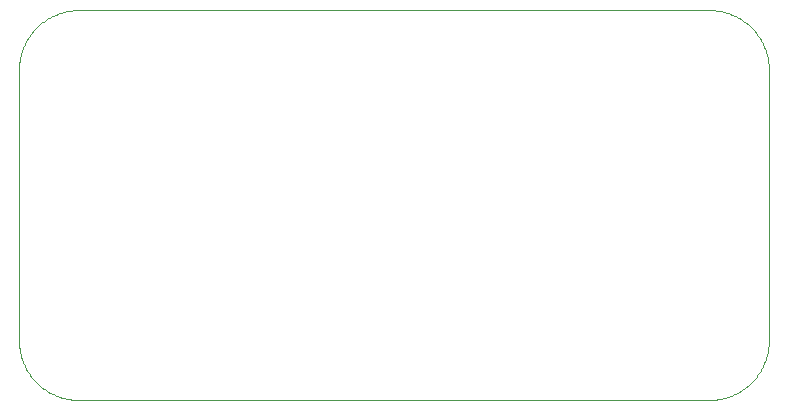
<source format=gbp>
G04 EAGLE Gerber RS-274X export*
G75*
%MOMM*%
%FSLAX34Y34*%
%LPD*%
%INpadmask bottom*%
%IPPOS*%
%AMOC8*
5,1,8,0,0,1.08239X$1,22.5*%
G01*
%ADD10C,0.025400*%


D10*
X635000Y50800D02*
X635000Y279400D01*
X634985Y280628D01*
X634941Y281854D01*
X634867Y283080D01*
X634763Y284303D01*
X634630Y285523D01*
X634467Y286740D01*
X634275Y287953D01*
X634054Y289160D01*
X633803Y290362D01*
X633524Y291557D01*
X633216Y292746D01*
X632879Y293926D01*
X632514Y295098D01*
X632120Y296261D01*
X631699Y297414D01*
X631250Y298556D01*
X630773Y299688D01*
X630269Y300807D01*
X629738Y301914D01*
X629181Y303008D01*
X628598Y304088D01*
X627988Y305154D01*
X627353Y306204D01*
X626693Y307239D01*
X626008Y308258D01*
X625298Y309259D01*
X624565Y310244D01*
X623807Y311210D01*
X623027Y312158D01*
X622224Y313087D01*
X621399Y313996D01*
X620552Y314884D01*
X619684Y315752D01*
X618796Y316599D01*
X617887Y317424D01*
X616958Y318227D01*
X616010Y319007D01*
X615044Y319765D01*
X614059Y320498D01*
X613058Y321208D01*
X612039Y321893D01*
X611004Y322553D01*
X609954Y323188D01*
X608888Y323798D01*
X607808Y324381D01*
X606714Y324938D01*
X605607Y325469D01*
X604488Y325973D01*
X603356Y326450D01*
X602214Y326899D01*
X601061Y327320D01*
X599898Y327714D01*
X598726Y328079D01*
X597546Y328416D01*
X596357Y328724D01*
X595162Y329003D01*
X593960Y329254D01*
X592753Y329475D01*
X591540Y329667D01*
X590323Y329830D01*
X589103Y329963D01*
X587880Y330067D01*
X586654Y330141D01*
X585428Y330185D01*
X584200Y330200D01*
X50800Y330200D01*
X49572Y330185D01*
X48346Y330141D01*
X47120Y330067D01*
X45897Y329963D01*
X44677Y329830D01*
X43460Y329667D01*
X42247Y329475D01*
X41040Y329254D01*
X39838Y329003D01*
X38643Y328724D01*
X37454Y328416D01*
X36274Y328079D01*
X35102Y327714D01*
X33939Y327320D01*
X32786Y326899D01*
X31644Y326450D01*
X30512Y325973D01*
X29393Y325469D01*
X28286Y324938D01*
X27192Y324381D01*
X26112Y323798D01*
X25046Y323188D01*
X23996Y322553D01*
X22961Y321893D01*
X21942Y321208D01*
X20941Y320498D01*
X19956Y319765D01*
X18990Y319007D01*
X18042Y318227D01*
X17113Y317424D01*
X16204Y316599D01*
X15316Y315752D01*
X14448Y314884D01*
X13601Y313996D01*
X12776Y313087D01*
X11973Y312158D01*
X11193Y311210D01*
X10435Y310244D01*
X9702Y309259D01*
X8992Y308258D01*
X8307Y307239D01*
X7647Y306204D01*
X7012Y305154D01*
X6402Y304088D01*
X5819Y303008D01*
X5262Y301914D01*
X4731Y300807D01*
X4227Y299688D01*
X3750Y298556D01*
X3301Y297414D01*
X2880Y296261D01*
X2486Y295098D01*
X2121Y293926D01*
X1784Y292746D01*
X1476Y291557D01*
X1197Y290362D01*
X946Y289160D01*
X725Y287953D01*
X533Y286740D01*
X370Y285523D01*
X237Y284303D01*
X133Y283080D01*
X59Y281854D01*
X15Y280628D01*
X0Y279400D01*
X0Y50800D01*
X15Y49572D01*
X59Y48346D01*
X133Y47120D01*
X237Y45897D01*
X370Y44677D01*
X533Y43460D01*
X725Y42247D01*
X946Y41040D01*
X1197Y39838D01*
X1476Y38643D01*
X1784Y37454D01*
X2121Y36274D01*
X2486Y35102D01*
X2880Y33939D01*
X3301Y32786D01*
X3750Y31644D01*
X4227Y30512D01*
X4731Y29393D01*
X5262Y28286D01*
X5819Y27192D01*
X6402Y26112D01*
X7012Y25046D01*
X7647Y23996D01*
X8307Y22961D01*
X8992Y21942D01*
X9702Y20941D01*
X10435Y19956D01*
X11193Y18990D01*
X11973Y18042D01*
X12776Y17113D01*
X13601Y16204D01*
X14448Y15316D01*
X15316Y14448D01*
X16204Y13601D01*
X17113Y12776D01*
X18042Y11973D01*
X18990Y11193D01*
X19956Y10435D01*
X20941Y9702D01*
X21942Y8992D01*
X22961Y8307D01*
X23996Y7647D01*
X25046Y7012D01*
X26112Y6402D01*
X27192Y5819D01*
X28286Y5262D01*
X29393Y4731D01*
X30512Y4227D01*
X31644Y3750D01*
X32786Y3301D01*
X33939Y2880D01*
X35102Y2486D01*
X36274Y2121D01*
X37454Y1784D01*
X38643Y1476D01*
X39838Y1197D01*
X41040Y946D01*
X42247Y725D01*
X43460Y533D01*
X44677Y370D01*
X45897Y237D01*
X47120Y133D01*
X48346Y59D01*
X49572Y15D01*
X50800Y0D01*
X584200Y0D01*
X585428Y15D01*
X586654Y59D01*
X587880Y133D01*
X589103Y237D01*
X590323Y370D01*
X591540Y533D01*
X592753Y725D01*
X593960Y946D01*
X595162Y1197D01*
X596357Y1476D01*
X597546Y1784D01*
X598726Y2121D01*
X599898Y2486D01*
X601061Y2880D01*
X602214Y3301D01*
X603356Y3750D01*
X604488Y4227D01*
X605607Y4731D01*
X606714Y5262D01*
X607808Y5819D01*
X608888Y6402D01*
X609954Y7012D01*
X611004Y7647D01*
X612039Y8307D01*
X613058Y8992D01*
X614059Y9702D01*
X615044Y10435D01*
X616010Y11193D01*
X616958Y11973D01*
X617887Y12776D01*
X618796Y13601D01*
X619684Y14448D01*
X620552Y15316D01*
X621399Y16204D01*
X622224Y17113D01*
X623027Y18042D01*
X623807Y18990D01*
X624565Y19956D01*
X625298Y20941D01*
X626008Y21942D01*
X626693Y22961D01*
X627353Y23996D01*
X627988Y25046D01*
X628598Y26112D01*
X629181Y27192D01*
X629738Y28286D01*
X630269Y29393D01*
X630773Y30512D01*
X631250Y31644D01*
X631699Y32786D01*
X632120Y33939D01*
X632514Y35102D01*
X632879Y36274D01*
X633216Y37454D01*
X633524Y38643D01*
X633803Y39838D01*
X634054Y41040D01*
X634275Y42247D01*
X634467Y43460D01*
X634630Y44677D01*
X634763Y45897D01*
X634867Y47120D01*
X634941Y48346D01*
X634985Y49572D01*
X635000Y50800D01*
M02*

</source>
